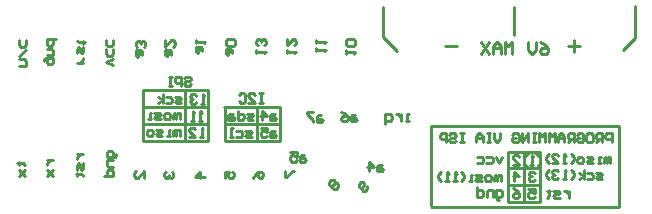
<source format=gbo>
%FSTAX24Y24*%
%MOIN*%
%SFA1B1*%

%IPPOS*%
%ADD30C,0.010000*%
%LNmain-1*%
%LPD*%
G54D30*
X029724Y038976D02*
Y041693D01*
X023465D02*
X029724D01*
X023465Y039016D02*
Y041693D01*
Y039016D02*
X023504Y038976D01*
X029724*
X026565Y039163D02*
Y040837D01*
Y040669D02*
X026722Y040827D01*
Y040837*
X026565Y040669D02*
Y040708D01*
X026988Y040315D02*
X027067Y040394D01*
X026988Y040276D02*
Y040315D01*
X026594Y040404D02*
X026693Y040305D01*
Y040285D02*
Y040305D01*
X026949Y040817D02*
X027077Y040689D01*
X026949Y040817D02*
Y040837D01*
X026112Y039734D02*
X027018D01*
X026112Y040285D02*
X027018D01*
X027096Y039163D02*
Y040837D01*
X026033Y039163D02*
X027096D01*
X026033D02*
Y040837D01*
X027096*
X015236Y041181D02*
X015266Y041211D01*
Y041762*
X013858Y041181D02*
Y041742D01*
Y041181D02*
X016024D01*
Y041742*
X013858D02*
X016024D01*
Y042884*
X013858D02*
X016024D01*
X013858Y041742D02*
Y042884D01*
X015266Y041762D02*
Y042884D01*
X013858Y042313D02*
X016024D01*
X016585Y041762D02*
X018425D01*
X017667Y041211D02*
Y042333D01*
X016585Y041191D02*
X018425D01*
X016585D02*
Y042323D01*
X016575Y042333D02*
X016585Y042323D01*
X016575Y042333D02*
X018425D01*
Y041191D02*
Y042333D01*
X02623Y044734D02*
Y045669D01*
X02188Y044656D02*
X022333Y044203D01*
X02188Y044656D02*
Y045659D01*
X029872Y044222D02*
X030266Y044616D01*
Y045689*
X025742Y039226D02*
X025689D01*
X025637Y039278*
Y039541*
X025794*
X025846Y039488*
Y039383*
X025794Y039331*
X025637*
X025532D02*
Y039541D01*
X025374*
X025322Y039488*
Y039331*
X025007Y039646D02*
Y039331D01*
X025164*
X025217Y039383*
Y039488*
X025164Y039541*
X025007*
X025787Y039843D02*
Y040052D01*
X025735*
X025682Y04*
Y039843*
Y04*
X02563Y040052*
X025577Y04*
Y039843*
X02542D02*
X025315D01*
X025263Y039895*
Y04*
X025315Y040052*
X02542*
X025473Y04*
Y039895*
X02542Y039843*
X025158D02*
X025D01*
X024948Y039895*
X025Y039947*
X025105*
X025158Y04*
X025105Y040052*
X024948*
X024843Y039843D02*
X024738D01*
X02479*
Y040052*
X024843*
X024475Y039843D02*
X02458Y039947D01*
Y040052*
X024475Y040157*
X024318Y039843D02*
X024213D01*
X024266*
Y040157*
X024318Y040105*
X024056Y039843D02*
X023951D01*
X024003*
Y040157*
X024056Y040105*
X023793Y039843D02*
X023688Y039947D01*
Y040052*
X023793Y040157*
X025837Y040663D02*
X025732Y040453D01*
X025627Y040663*
X025312D02*
X025469D01*
X025522Y04061*
Y040505*
X025469Y040453*
X025312*
X024997Y040663D02*
X025154D01*
X025207Y04061*
Y040505*
X025154Y040453*
X024997*
X028071Y039511D02*
Y039301D01*
Y039406*
X028018Y039459*
X027966Y039511*
X027913*
X027756Y039301D02*
X027599D01*
X027546Y039354*
X027599Y039406*
X027704*
X027756Y039459*
X027704Y039511*
X027546*
X027389Y039564D02*
Y039511D01*
X027441*
X027336*
X027389*
Y039354*
X027336Y039301*
X029183Y039911D02*
X029026D01*
X028973Y039964*
X029026Y040016*
X029131*
X029183Y040069*
X029131Y040121*
X028973*
X028658D02*
X028816D01*
X028868Y040069*
Y039964*
X028816Y039911*
X028658*
X028553D02*
Y040226D01*
Y040016D02*
X028396Y040121D01*
X028553Y040016D02*
X028396Y039911D01*
X028134D02*
X028238Y040016D01*
Y040121*
X028134Y040226*
X027976Y039911D02*
X027871D01*
X027924*
Y040226*
X027976Y040174*
X027714D02*
X027661Y040226D01*
X027556*
X027504Y040174*
Y040121*
X027556Y040069*
X027609*
X027556*
X027504Y040016*
Y039964*
X027556Y039911*
X027661*
X027714Y039964*
X027399Y039911D02*
X027294Y040016D01*
Y040121*
X027399Y040226*
X029439Y040443D02*
Y040653D01*
X029386*
X029334Y0406*
Y040443*
Y0406*
X029282Y040653*
X029229Y0406*
Y040443*
X029124D02*
X029019D01*
X029072*
Y040653*
X029124*
X028862Y040443D02*
X028704D01*
X028652Y040495*
X028704Y040548*
X028809*
X028862Y0406*
X028809Y040653*
X028652*
X028494Y040443D02*
X028389D01*
X028337Y040495*
Y0406*
X028389Y040653*
X028494*
X028547Y0406*
Y040495*
X028494Y040443*
X028127D02*
X028232Y040548D01*
Y040653*
X028127Y040758*
X02797Y040443D02*
X027865D01*
X027917*
Y040758*
X02797Y040705*
X027497Y040443D02*
X027707D01*
X027497Y040653*
Y040705*
X02755Y040758*
X027655*
X027707Y040705*
X027392Y040443D02*
X027287Y040548D01*
Y040653*
X027392Y040758*
X026198Y039606D02*
X026303Y039554D01*
X026407Y039449*
Y039344*
X026355Y039291*
X02625*
X026198Y039344*
Y039396*
X02625Y039449*
X026407*
X026709Y039596D02*
X026919D01*
Y039439*
X026814Y039491*
X026762*
X026709Y039439*
Y039334*
X026762Y039281*
X026867*
X026919Y039334*
X02624Y039852D02*
Y040167D01*
X026398Y04001*
X026188*
X026929Y040115D02*
X026877Y040167D01*
X026772*
X026719Y040115*
Y040062*
X026772Y04001*
X026824*
X026772*
X026719Y039957*
Y039905*
X026772Y039852*
X026877*
X026929Y039905*
X026198Y040404D02*
X026407D01*
X026198Y040613*
Y040666*
X02625Y040718*
X026355*
X026407Y040666*
X02688Y040404D02*
X026775D01*
X026827*
Y040718*
X02688Y040666*
X029488Y041142D02*
Y041457D01*
X029331*
X029278Y041404*
Y041299*
X029331Y041247*
X029488*
X029173Y041142D02*
Y041457D01*
X029016*
X028963Y041404*
Y041299*
X029016Y041247*
X029173*
X029068D02*
X028963Y041142D01*
X028701Y041457D02*
X028806D01*
X028858Y041404*
Y041194*
X028806Y041142*
X028701*
X028649Y041194*
Y041404*
X028701Y041457*
X028334Y041404D02*
X028386Y041457D01*
X028491*
X028544Y041404*
Y041194*
X028491Y041142*
X028386*
X028334Y041194*
Y041299*
X028439*
X028229Y041142D02*
Y041457D01*
X028071*
X028019Y041404*
Y041299*
X028071Y041247*
X028229*
X028124D02*
X028019Y041142D01*
X027914D02*
Y041352D01*
X027809Y041457*
X027704Y041352*
Y041142*
Y041299*
X027914*
X027599Y041142D02*
Y041457D01*
X027494Y041352*
X027389Y041457*
Y041142*
X027284D02*
Y041457D01*
X027179Y041352*
X027074Y041457*
Y041142*
X026969Y041457D02*
X026864D01*
X026917*
Y041142*
X026969*
X026864*
X026707D02*
Y041457D01*
X026497Y041142*
Y041457*
X026182Y041404D02*
X026235Y041457D01*
X02634*
X026392Y041404*
Y041194*
X02634Y041142*
X026235*
X026182Y041194*
Y041299*
X026287*
X025762Y041457D02*
Y041247D01*
X025657Y041142*
X025552Y041247*
Y041457*
X025447D02*
X025343D01*
X025395*
Y041142*
X025447*
X025343*
X025185D02*
Y041352D01*
X02508Y041457*
X024975Y041352*
Y041142*
Y041299*
X025185*
X024555Y041457D02*
X02445D01*
X024503*
Y041142*
X024555*
X02445*
X024083Y041404D02*
X024136Y041457D01*
X024241*
X024293Y041404*
Y041352*
X024241Y041299*
X024136*
X024083Y041247*
Y041194*
X024136Y041142*
X024241*
X024293Y041194*
X023978Y041142D02*
Y041457D01*
X023821*
X023768Y041404*
Y041299*
X023821Y041247*
X023978*
X015876Y041319D02*
X015771D01*
X015824*
Y041634*
X015876Y041581*
X015404Y041319D02*
X015614D01*
X015404Y041529*
Y041581*
X015456Y041634*
X015561*
X015614Y041581*
X015089Y041358D02*
Y041568D01*
X015036*
X014984Y041516*
Y041358*
Y041516*
X014931Y041568*
X014879Y041516*
Y041358*
X014774D02*
X014669D01*
X014721*
Y041568*
X014774*
X014511Y041358D02*
X014354D01*
X014301Y041411*
X014354Y041463*
X014459*
X014511Y041516*
X014459Y041568*
X014301*
X014144Y041358D02*
X014039D01*
X013987Y041411*
Y041516*
X014039Y041568*
X014144*
X014196Y041516*
Y041411*
X014144Y041358*
X015837Y04187D02*
X015732D01*
X015784*
Y042185*
X015837Y042132*
X015574Y04187D02*
X015469D01*
X015522*
Y042185*
X015574Y042132*
X015906Y042431D02*
X015801D01*
X015853*
Y042746*
X015906Y042693*
X015643D02*
X015591Y042746D01*
X015486*
X015433Y042693*
Y042641*
X015486Y042589*
X015538*
X015486*
X015433Y042536*
Y042484*
X015486Y042431*
X015591*
X015643Y042484*
X015148Y042441D02*
X01499D01*
X014938Y042493*
X01499Y042546*
X015095*
X015148Y042598*
X015095Y042651*
X014938*
X014623D02*
X01478D01*
X014833Y042598*
Y042493*
X01478Y042441*
X014623*
X014518D02*
Y042756D01*
Y042546D02*
X01436Y042651D01*
X014518Y042546D02*
X01436Y042441D01*
X015089Y041909D02*
Y042119D01*
X015036*
X014984Y042067*
Y041909*
Y042067*
X014931Y042119*
X014879Y042067*
Y041909*
X014721D02*
X014616D01*
X014564Y041962*
Y042067*
X014616Y042119*
X014721*
X014774Y042067*
Y041962*
X014721Y041909*
X014459D02*
X014301D01*
X014249Y041962*
X014301Y042014*
X014406*
X014459Y042067*
X014406Y042119*
X014249*
X014144Y041909D02*
X014039D01*
X014092*
Y042119*
X014144*
X015243Y043284D02*
X015295Y043337D01*
X0154*
X015453Y043284*
Y043232*
X0154Y043179*
X015295*
X015243Y043127*
Y043074*
X015295Y043022*
X0154*
X015453Y043074*
X015138Y043022D02*
Y043337D01*
X01498*
X014928Y043284*
Y043179*
X01498Y043127*
X015138*
X014823Y043337D02*
X014718D01*
X014771*
Y043022*
X014823*
X014718*
X017854Y042785D02*
X017749D01*
X017802*
Y04247*
X017854*
X017749*
X017382D02*
X017592D01*
X017382Y04268*
Y042733*
X017435Y042785*
X017539*
X017592Y042733*
X017067D02*
X01712Y042785D01*
X017225*
X017277Y042733*
Y042523*
X017225Y04247*
X01712*
X017067Y042523*
X01749Y041319D02*
X017333D01*
X01728Y041371*
X017333Y041424*
X017438*
X01749Y041476*
X017438Y041529*
X01728*
X016965D02*
X017123D01*
X017175Y041476*
Y041371*
X017123Y041319*
X016965*
X01686D02*
X016755D01*
X016808*
Y041634*
X01686*
X017549Y04189D02*
X017392D01*
X017339Y041942*
X017392Y041995*
X017497*
X017549Y042047*
X017497Y0421*
X017339*
X017024Y042205D02*
Y04189D01*
X017182*
X017234Y041942*
Y042047*
X017182Y0421*
X017024*
X016867D02*
X016762D01*
X01671Y042047*
Y04189*
X016867*
X016919Y041942*
X016867Y041995*
X01671*
X018255Y04209D02*
X01815D01*
X018097Y042037*
Y04188*
X018255*
X018307Y041932*
X018255Y041985*
X018097*
X017835Y04188D02*
Y042195D01*
X017992Y042037*
X017782*
X018264Y041529D02*
X01816D01*
X018107Y041476*
Y041319*
X018264*
X018317Y041371*
X018264Y041424*
X018107*
X017792Y041634D02*
X018002D01*
Y041476*
X017897Y041529*
X017845*
X017792Y041476*
Y041371*
X017845Y041319*
X01795*
X018002Y041371*
X023937Y044355D02*
X024337D01*
X028031D02*
X028431D01*
X028231Y044555D02*
Y044155D01*
X0271Y044488D02*
X027231Y044422D01*
X027362Y044291*
Y04416*
X027297Y044094*
X027165*
X0271Y04416*
Y044226*
X027165Y044291*
X027362*
X026969Y044488D02*
Y044226D01*
X026837Y044094*
X026706Y044226*
Y044488*
X026181Y044094D02*
Y044488D01*
X02605Y044357*
X025919Y044488*
Y044094*
X025788D02*
Y044357D01*
X025657Y044488*
X025526Y044357*
Y044094*
Y044291*
X025788*
X025394Y044488D02*
X025132Y044094D01*
Y044488D02*
X025394Y044094D01*
X022736Y04187D02*
X022631D01*
X022684*
Y04208*
X022736*
X022474D02*
Y04187D01*
Y041975*
X022421Y042028*
X022369Y04208*
X022316*
X021949Y041765D02*
Y04208D01*
X022106*
X022159Y042028*
Y041923*
X022106Y04187*
X021949*
X021351Y039673D02*
Y039599D01*
X021276Y039525*
X021202*
X021054Y039673*
Y039747*
X021128Y039821*
X021202*
X021239Y039784*
Y03971*
X021128Y039599*
X020218Y03989D02*
X020144D01*
X02007Y039816*
Y039742*
X020107Y039705*
X020181*
Y039631*
X020218Y039593*
X020292*
X020366Y039668*
Y039742*
X020329Y039779*
X020255*
Y039853*
X020218Y03989*
X020255Y039779D02*
X020181Y039705D01*
X018593Y040187D02*
Y039977D01*
X018645*
X018855Y040187*
X018907*
X017539Y039957D02*
X017592Y040062D01*
X017697Y040167*
X017802*
X017854Y040115*
Y04001*
X017802Y039957*
X017749*
X017697Y04001*
Y040167*
X016585Y039957D02*
Y040167D01*
X016742*
X01669Y040062*
Y04001*
X016742Y039957*
X016847*
X0169Y04001*
Y040115*
X016847Y040167*
X015925Y04D02*
X01561D01*
X015768Y040157*
Y039948*
X01462Y040167D02*
X014567Y040115D01*
Y04001*
X01462Y039957*
X014672*
X014724Y04001*
Y040062*
Y04001*
X014777Y039957*
X014829*
X014882Y04001*
Y040115*
X014829Y040167*
X013898Y039967D02*
Y040177D01*
X013688Y039967*
X013635*
X013583Y04002*
Y040125*
X013635Y040177*
X020951Y04206D02*
X020847D01*
X020794Y042008*
Y04185*
X020951*
X021004Y041903*
X020951Y041955*
X020794*
X020479Y042165D02*
X020584Y042113D01*
X020689Y042008*
Y041903*
X020637Y04185*
X020532*
X020479Y041903*
Y041955*
X020532Y042008*
X020689*
X021818Y040387D02*
X021713D01*
X02166Y040335*
Y040177*
X021818*
X02187Y04023*
X021818Y040282*
X02166*
X021398Y040177D02*
Y040492D01*
X021555Y040335*
X021345*
X01981Y042041D02*
X019705D01*
X019652Y041988*
Y041831*
X01981*
X019862Y041883*
X01981Y041936*
X019652*
X019547Y042146D02*
X019337D01*
Y042093*
X019547Y041883*
Y041831*
X019249Y040712D02*
X019144D01*
X019091Y040659*
Y040502*
X019249*
X019301Y040554*
X019249Y040607*
X019091*
X018776Y040817D02*
X018986D01*
Y040659*
X018881Y040712*
X018829*
X018776Y040659*
Y040554*
X018829Y040502*
X018934*
X018986Y040554*
X012979Y040751D02*
Y040699D01*
X012926Y040646*
X012664*
Y040804*
X012717Y040856*
X012822*
X012874Y040804*
Y040646*
Y040541D02*
X012664D01*
Y040384*
X012717Y040332*
X012874*
X012559Y040017D02*
X012874D01*
Y040174*
X012822Y040227*
X012717*
X012664Y040174*
Y040017*
X01167Y040758D02*
X01188D01*
X011775*
X011722Y040705*
X01167Y040653*
Y0406*
X01188Y040443D02*
Y040286D01*
X011827Y040233*
X011775Y040286*
Y040391*
X011722Y040443*
X01167Y040391*
Y040233*
X011618Y040076D02*
X01167D01*
Y040128*
Y040023*
Y040076*
X011827*
X01188Y040023*
X010656Y040541D02*
X010866D01*
X010761*
X010709Y040489*
X010656Y040436*
Y040384*
Y040226D02*
X010866Y040017D01*
X010761Y040122*
X010656Y040017*
X010866Y040226*
X009669Y04044D02*
X009721D01*
Y040492*
Y040387*
Y04044*
X009879*
X009931Y040387*
X009721Y04023D02*
X009931Y04002D01*
X009826Y040125*
X009721Y04002*
X009931Y04023*
X02063Y044104D02*
Y044209D01*
Y044157*
X020945*
X020892Y044104*
Y044367D02*
X020945Y044419D01*
Y044524*
X020892Y044577*
X020682*
X02063Y044524*
Y044419*
X020682Y044367*
X020892*
X019646Y044183D02*
Y044288D01*
Y044236*
X019961*
X019908Y044183*
X019646Y044445D02*
Y04455D01*
Y044498*
X019961*
X019908Y044445*
X018652Y044114D02*
Y044219D01*
Y044167*
X018966*
X018914Y044114*
X018652Y044586D02*
Y044377D01*
X018861Y044586*
X018914*
X018966Y044534*
Y044429*
X018914Y044377*
X017648Y044114D02*
Y044219D01*
Y044167*
X017962*
X01791Y044114*
Y044377D02*
X017962Y044429D01*
Y044534*
X01791Y044586*
X017858*
X017805Y044534*
Y044482*
Y044534*
X017753Y044586*
X0177*
X017648Y044534*
Y044429*
X0177Y044377*
X016834Y044108D02*
Y044213D01*
X016781Y044265*
X016624*
Y044108*
X016676Y044055*
X016729Y044108*
Y044265*
X016886Y04437D02*
X016939Y044422D01*
Y044527*
X016886Y04458*
X016676*
X016624Y044527*
Y044422*
X016676Y04437*
X016886*
X01584Y044176D02*
Y044281D01*
X015787Y044334*
X01563*
Y044176*
X015682Y044124*
X015735Y044176*
Y044334*
X01563Y044439D02*
Y044544D01*
Y044491*
X015945*
X015892Y044439*
X014816Y044068D02*
Y044173D01*
X014764Y044226*
X014606*
Y044068*
X014659Y044016*
X014711Y044068*
Y044226*
X014606Y044541D02*
Y044331D01*
X014816Y044541*
X014869*
X014921Y044488*
Y044383*
X014869Y044331*
X013842Y044049D02*
Y044153D01*
X013789Y044206*
X013632*
Y044049*
X013684Y043996*
X013737Y044049*
Y044206*
X013894Y044311D02*
X013947Y044363D01*
Y044468*
X013894Y044521*
X013842*
X013789Y044468*
Y044416*
Y044468*
X013737Y044521*
X013684*
X013632Y044468*
Y044363*
X013684Y044311*
X012858Y04372D02*
X012648Y043825D01*
X012858Y04393*
Y044245D02*
Y044088D01*
X012805Y044035*
X0127*
X012648Y044088*
Y044245*
X012858Y04456D02*
Y044403D01*
X012805Y04435*
X0127*
X012648Y044403*
Y04456*
X011883Y043799D02*
X011673D01*
X011778*
X011831Y043852*
X011883Y043904*
Y043957*
X011673Y044114D02*
Y044271D01*
X011726Y044324*
X011778Y044271*
Y044167*
X011831Y044114*
X011883Y044167*
Y044324*
X011936Y044481D02*
X011883D01*
Y044429*
Y044534*
Y044481*
X011726*
X011673Y044534*
X010554Y043845D02*
Y043898D01*
X010607Y04395*
X010869*
Y043793*
X010817Y04374*
X010712*
X010659Y043793*
Y04395*
Y044055D02*
X010869D01*
Y044212*
X010817Y044265*
X010659*
X010974Y04458D02*
X010659D01*
Y044422*
X010712Y04437*
X010817*
X010869Y044422*
Y04458*
X009744Y043701D02*
X009954D01*
Y043858*
X009902Y043911*
X009744*
Y044016D02*
X009954Y044226D01*
Y04454D02*
Y044383D01*
X009902Y044331*
X009797*
X009744Y044383*
Y04454*
M02*
</source>
